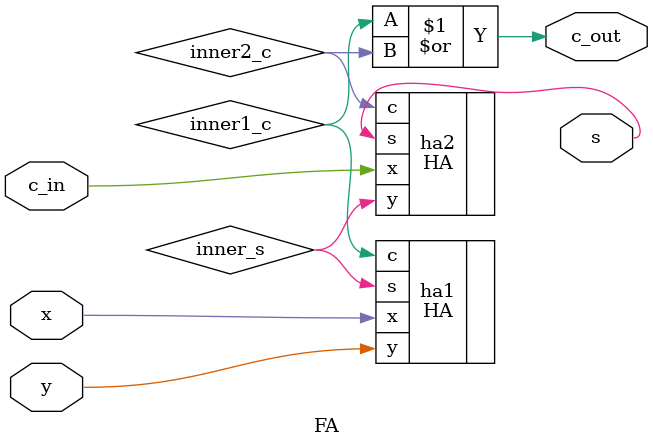
<source format=v>
`include "HA.v"

module FA(
	input 	   x,
	input 	   y,
	input 	c_in,
	output     s, 
	output  c_out
);

wire inner_s, inner1_c, inner2_c;

HA ha1(.x(x), .y(y), .s(inner_s), .c(inner1_c));
HA ha2(.x(c_in), .y(inner_s), .s(s), .c(inner2_c));
assign c_out = inner1_c | inner2_c;

endmodule


</source>
